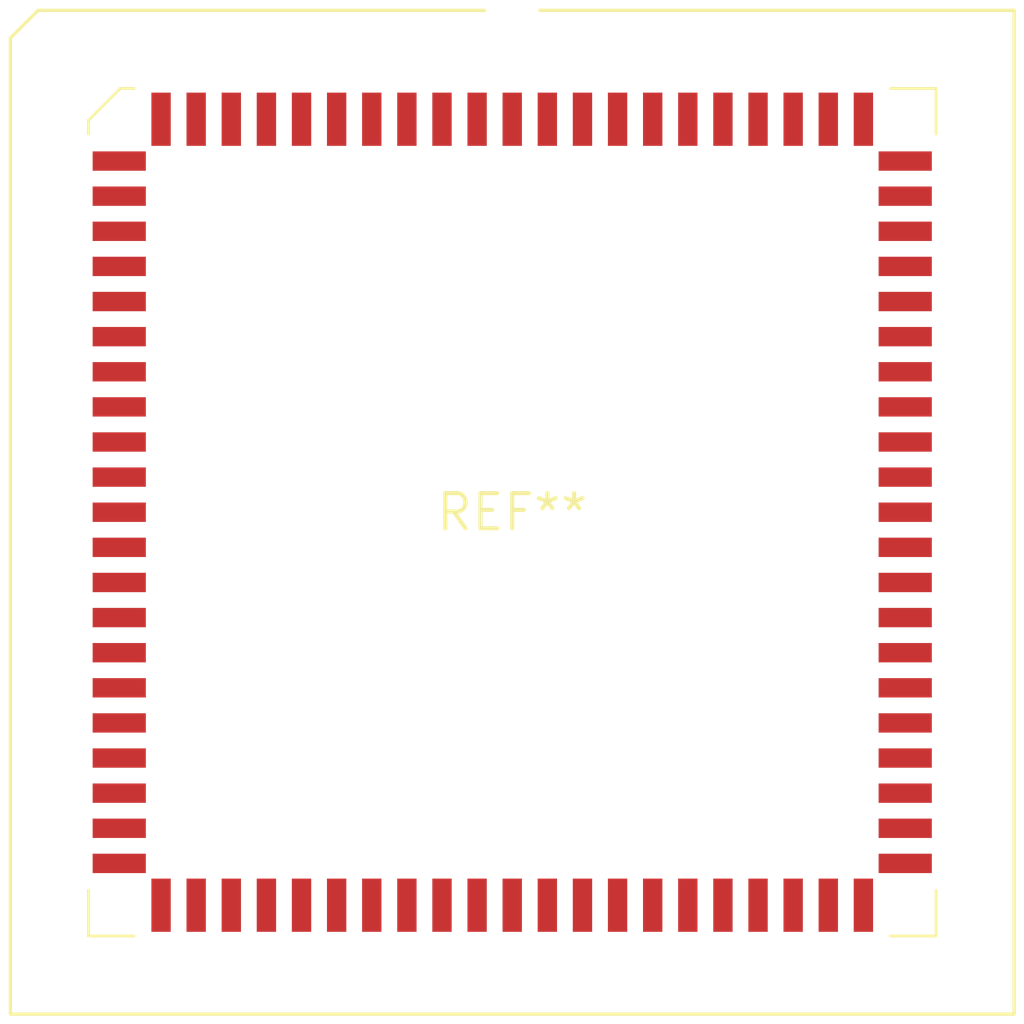
<source format=kicad_pcb>
(kicad_pcb (version 20240108) (generator pcbnew)
  (layers (0 "F.Cu" signal) (31 "B.Cu" signal) (34 "B.Paste" user) (35 "F.Paste" user) (36 "B.SilkS" user "B.Silkscreen") (37 "F.SilkS" user "F.Silkscreen") (38 "B.Mask" user) (39 "F.Mask" user) (44 "Edge.Cuts" user))
  (net 0 "")
  (footprint "PLCC-84_SMD-Socket" (layer "F.Cu") (at 0 0)
    (property "Reference" "REF**")
    (property "Value" "PLCC-84_SMD-Socket")
    (fp_line (start -18.15 -17.15) (end -18.15 18.15) (layer "F.SilkS") (stroke (width 0.12)))
    (fp_line (start -18.15 18.15) (end 18.15 18.15) (layer "F.SilkS") (stroke (width 0.12)))
    (fp_line (start -17.15 -18.15) (end -18.15 -17.15) (layer "F.SilkS") (stroke (width 0.12)))
    (fp_line (start -15.325 -14.175) (end -15.325 -13.675) (layer "F.SilkS") (stroke (width 0.1)))
    (fp_line (start -15.325 15.325) (end -15.325 13.675) (layer "F.SilkS") (stroke (width 0.1)))
    (fp_line (start -14.175 -15.325) (end -15.325 -14.175) (layer "F.SilkS") (stroke (width 0.1)))
    (fp_line (start -13.675 -15.325) (end -14.175 -15.325) (layer "F.SilkS") (stroke (width 0.1)))
    (fp_line (start -13.675 15.325) (end -15.325 15.325) (layer "F.SilkS") (stroke (width 0.1)))
    (fp_line (start -1 -18.15) (end -17.15 -18.15) (layer "F.SilkS") (stroke (width 0.12)))
    (fp_line (start 13.675 -15.325) (end 15.325 -15.325) (layer "F.SilkS") (stroke (width 0.1)))
    (fp_line (start 13.675 15.325) (end 15.325 15.325) (layer "F.SilkS") (stroke (width 0.1)))
    (fp_line (start 15.325 -15.325) (end 15.325 -13.675) (layer "F.SilkS") (stroke (width 0.1)))
    (fp_line (start 15.325 15.325) (end 15.325 13.675) (layer "F.SilkS") (stroke (width 0.1)))
    (fp_line (start 18.15 -18.15) (end 1 -18.15) (layer "F.SilkS") (stroke (width 0.12)))
    (fp_line (start 18.15 18.15) (end 18.15 -18.15) (layer "F.SilkS") (stroke (width 0.12)))
    (pad "1" smd rect (at 0 -14.2125) (size 0.7 1.925) (layers "F.Cu" "F.Paste" "F.Mask"))
    (pad "2" smd rect (at -1.27 -14.2125) (size 0.7 1.925) (layers "F.Cu" "F.Paste" "F.Mask"))
    (pad "3" smd rect (at -2.54 -14.2125) (size 0.7 1.925) (layers "F.Cu" "F.Paste" "F.Mask"))
    (pad "4" smd rect (at -3.81 -14.2125) (size 0.7 1.925) (layers "F.Cu" "F.Paste" "F.Mask"))
    (pad "5" smd rect (at -5.08 -14.2125) (size 0.7 1.925) (layers "F.Cu" "F.Paste" "F.Mask"))
    (pad "6" smd rect (at -6.35 -14.2125) (size 0.7 1.925) (layers "F.Cu" "F.Paste" "F.Mask"))
    (pad "7" smd rect (at -7.62 -14.2125) (size 0.7 1.925) (layers "F.Cu" "F.Paste" "F.Mask"))
    (pad "8" smd rect (at -8.89 -14.2125) (size 0.7 1.925) (layers "F.Cu" "F.Paste" "F.Mask"))
    (pad "9" smd rect (at -10.16 -14.2125) (size 0.7 1.925) (layers "F.Cu" "F.Paste" "F.Mask"))
    (pad "10" smd rect (at -11.43 -14.2125) (size 0.7 1.925) (layers "F.Cu" "F.Paste" "F.Mask"))
    (pad "11" smd rect (at -12.7 -14.2125) (size 0.7 1.925) (layers "F.Cu" "F.Paste" "F.Mask"))
    (pad "12" smd rect (at -14.2125 -12.7) (size 1.925 0.7) (layers "F.Cu" "F.Paste" "F.Mask"))
    (pad "13" smd rect (at -14.2125 -11.43) (size 1.925 0.7) (layers "F.Cu" "F.Paste" "F.Mask"))
    (pad "14" smd rect (at -14.2125 -10.16) (size 1.925 0.7) (layers "F.Cu" "F.Paste" "F.Mask"))
    (pad "15" smd rect (at -14.2125 -8.89) (size 1.925 0.7) (layers "F.Cu" "F.Paste" "F.Mask"))
    (pad "16" smd rect (at -14.2125 -7.62) (size 1.925 0.7) (layers "F.Cu" "F.Paste" "F.Mask"))
    (pad "17" smd rect (at -14.2125 -6.35) (size 1.925 0.7) (layers "F.Cu" "F.Paste" "F.Mask"))
    (pad "18" smd rect (at -14.2125 -5.08) (size 1.925 0.7) (layers "F.Cu" "F.Paste" "F.Mask"))
    (pad "19" smd rect (at -14.2125 -3.81) (size 1.925 0.7) (layers "F.Cu" "F.Paste" "F.Mask"))
    (pad "20" smd rect (at -14.2125 -2.54) (size 1.925 0.7) (layers "F.Cu" "F.Paste" "F.Mask"))
    (pad "21" smd rect (at -14.2125 -1.27) (size 1.925 0.7) (layers "F.Cu" "F.Paste" "F.Mask"))
    (pad "22" smd rect (at -14.2125 0) (size 1.925 0.7) (layers "F.Cu" "F.Paste" "F.Mask"))
    (pad "23" smd rect (at -14.2125 1.27) (size 1.925 0.7) (layers "F.Cu" "F.Paste" "F.Mask"))
    (pad "24" smd rect (at -14.2125 2.54) (size 1.925 0.7) (layers "F.Cu" "F.Paste" "F.Mask"))
    (pad "25" smd rect (at -14.2125 3.81) (size 1.925 0.7) (layers "F.Cu" "F.Paste" "F.Mask"))
    (pad "26" smd rect (at -14.2125 5.08) (size 1.925 0.7) (layers "F.Cu" "F.Paste" "F.Mask"))
    (pad "27" smd rect (at -14.2125 6.35) (size 1.925 0.7) (layers "F.Cu" "F.Paste" "F.Mask"))
    (pad "28" smd rect (at -14.2125 7.62) (size 1.925 0.7) (layers "F.Cu" "F.Paste" "F.Mask"))
    (pad "29" smd rect (at -14.2125 8.89) (size 1.925 0.7) (layers "F.Cu" "F.Paste" "F.Mask"))
    (pad "30" smd rect (at -14.2125 10.16) (size 1.925 0.7) (layers "F.Cu" "F.Paste" "F.Mask"))
    (pad "31" smd rect (at -14.2125 11.43) (size 1.925 0.7) (layers "F.Cu" "F.Paste" "F.Mask"))
    (pad "32" smd rect (at -14.2125 12.7) (size 1.925 0.7) (layers "F.Cu" "F.Paste" "F.Mask"))
    (pad "33" smd rect (at -12.7 14.2125) (size 0.7 1.925) (layers "F.Cu" "F.Paste" "F.Mask"))
    (pad "34" smd rect (at -11.43 14.2125) (size 0.7 1.925) (layers "F.Cu" "F.Paste" "F.Mask"))
    (pad "35" smd rect (at -10.16 14.2125) (size 0.7 1.925) (layers "F.Cu" "F.Paste" "F.Mask"))
    (pad "36" smd rect (at -8.89 14.2125) (size 0.7 1.925) (layers "F.Cu" "F.Paste" "F.Mask"))
    (pad "37" smd rect (at -7.62 14.2125) (size 0.7 1.925) (layers "F.Cu" "F.Paste" "F.Mask"))
    (pad "38" smd rect (at -6.35 14.2125) (size 0.7 1.925) (layers "F.Cu" "F.Paste" "F.Mask"))
    (pad "39" smd rect (at -5.08 14.2125) (size 0.7 1.925) (layers "F.Cu" "F.Paste" "F.Mask"))
    (pad "40" smd rect (at -3.81 14.2125) (size 0.7 1.925) (layers "F.Cu" "F.Paste" "F.Mask"))
    (pad "41" smd rect (at -2.54 14.2125) (size 0.7 1.925) (layers "F.Cu" "F.Paste" "F.Mask"))
    (pad "42" smd rect (at -1.27 14.2125) (size 0.7 1.925) (layers "F.Cu" "F.Paste" "F.Mask"))
    (pad "43" smd rect (at 0 14.2125) (size 0.7 1.925) (layers "F.Cu" "F.Paste" "F.Mask"))
    (pad "44" smd rect (at 1.27 14.2125) (size 0.7 1.925) (layers "F.Cu" "F.Paste" "F.Mask"))
    (pad "45" smd rect (at 2.54 14.2125) (size 0.7 1.925) (layers "F.Cu" "F.Paste" "F.Mask"))
    (pad "46" smd rect (at 3.81 14.2125) (size 0.7 1.925) (layers "F.Cu" "F.Paste" "F.Mask"))
    (pad "47" smd rect (at 5.08 14.2125) (size 0.7 1.925) (layers "F.Cu" "F.Paste" "F.Mask"))
    (pad "48" smd rect (at 6.35 14.2125) (size 0.7 1.925) (layers "F.Cu" "F.Paste" "F.Mask"))
    (pad "49" smd rect (at 7.62 14.2125) (size 0.7 1.925) (layers "F.Cu" "F.Paste" "F.Mask"))
    (pad "50" smd rect (at 8.89 14.2125) (size 0.7 1.925) (layers "F.Cu" "F.Paste" "F.Mask"))
    (pad "51" smd rect (at 10.16 14.2125) (size 0.7 1.925) (layers "F.Cu" "F.Paste" "F.Mask"))
    (pad "52" smd rect (at 11.43 14.2125) (size 0.7 1.925) (layers "F.Cu" "F.Paste" "F.Mask"))
    (pad "53" smd rect (at 12.7 14.2125) (size 0.7 1.925) (layers "F.Cu" "F.Paste" "F.Mask"))
    (pad "54" smd rect (at 14.2125 12.7) (size 1.925 0.7) (layers "F.Cu" "F.Paste" "F.Mask"))
    (pad "55" smd rect (at 14.2125 11.43) (size 1.925 0.7) (layers "F.Cu" "F.Paste" "F.Mask"))
    (pad "56" smd rect (at 14.2125 10.16) (size 1.925 0.7) (layers "F.Cu" "F.Paste" "F.Mask"))
    (pad "57" smd rect (at 14.2125 8.89) (size 1.925 0.7) (layers "F.Cu" "F.Paste" "F.Mask"))
    (pad "58" smd rect (at 14.2125 7.62) (size 1.925 0.7) (layers "F.Cu" "F.Paste" "F.Mask"))
    (pad "59" smd rect (at 14.2125 6.35) (size 1.925 0.7) (layers "F.Cu" "F.Paste" "F.Mask"))
    (pad "60" smd rect (at 14.2125 5.08) (size 1.925 0.7) (layers "F.Cu" "F.Paste" "F.Mask"))
    (pad "61" smd rect (at 14.2125 3.81) (size 1.925 0.7) (layers "F.Cu" "F.Paste" "F.Mask"))
    (pad "62" smd rect (at 14.2125 2.54) (size 1.925 0.7) (layers "F.Cu" "F.Paste" "F.Mask"))
    (pad "63" smd rect (at 14.2125 1.27) (size 1.925 0.7) (layers "F.Cu" "F.Paste" "F.Mask"))
    (pad "64" smd rect (at 14.2125 0) (size 1.925 0.7) (layers "F.Cu" "F.Paste" "F.Mask"))
    (pad "65" smd rect (at 14.2125 -1.27) (size 1.925 0.7) (layers "F.Cu" "F.Paste" "F.Mask"))
    (pad "66" smd rect (at 14.2125 -2.54) (size 1.925 0.7) (layers "F.Cu" "F.Paste" "F.Mask"))
    (pad "67" smd rect (at 14.2125 -3.81) (size 1.925 0.7) (layers "F.Cu" "F.Paste" "F.Mask"))
    (pad "68" smd rect (at 14.2125 -5.08) (size 1.925 0.7) (layers "F.Cu" "F.Paste" "F.Mask"))
    (pad "69" smd rect (at 14.2125 -6.35) (size 1.925 0.7) (layers "F.Cu" "F.Paste" "F.Mask"))
    (pad "70" smd rect (at 14.2125 -7.62) (size 1.925 0.7) (layers "F.Cu" "F.Paste" "F.Mask"))
    (pad "71" smd rect (at 14.2125 -8.89) (size 1.925 0.7) (layers "F.Cu" "F.Paste" "F.Mask"))
    (pad "72" smd rect (at 14.2125 -10.16) (size 1.925 0.7) (layers "F.Cu" "F.Paste" "F.Mask"))
    (pad "73" smd rect (at 14.2125 -11.43) (size 1.925 0.7) (layers "F.Cu" "F.Paste" "F.Mask"))
    (pad "74" smd rect (at 14.2125 -12.7) (size 1.925 0.7) (layers "F.Cu" "F.Paste" "F.Mask"))
    (pad "75" smd rect (at 12.7 -14.2125) (size 0.7 1.925) (layers "F.Cu" "F.Paste" "F.Mask"))
    (pad "76" smd rect (at 11.43 -14.2125) (size 0.7 1.925) (layers "F.Cu" "F.Paste" "F.Mask"))
    (pad "77" smd rect (at 10.16 -14.2125) (size 0.7 1.925) (layers "F.Cu" "F.Paste" "F.Mask"))
    (pad "78" smd rect (at 8.89 -14.2125) (size 0.7 1.925) (layers "F.Cu" "F.Paste" "F.Mask"))
    (pad "79" smd rect (at 7.62 -14.2125) (size 0.7 1.925) (layers "F.Cu" "F.Paste" "F.Mask"))
    (pad "80" smd rect (at 6.35 -14.2125) (size 0.7 1.925) (layers "F.Cu" "F.Paste" "F.Mask"))
    (pad "81" smd rect (at 5.08 -14.2125) (size 0.7 1.925) (layers "F.Cu" "F.Paste" "F.Mask"))
    (pad "82" smd rect (at 3.81 -14.2125) (size 0.7 1.925) (layers "F.Cu" "F.Paste" "F.Mask"))
    (pad "83" smd rect (at 2.54 -14.2125) (size 0.7 1.925) (layers "F.Cu" "F.Paste" "F.Mask"))
    (pad "84" smd rect (at 1.27 -14.2125) (size 0.7 1.925) (layers "F.Cu" "F.Paste" "F.Mask"))
  )
)
</source>
